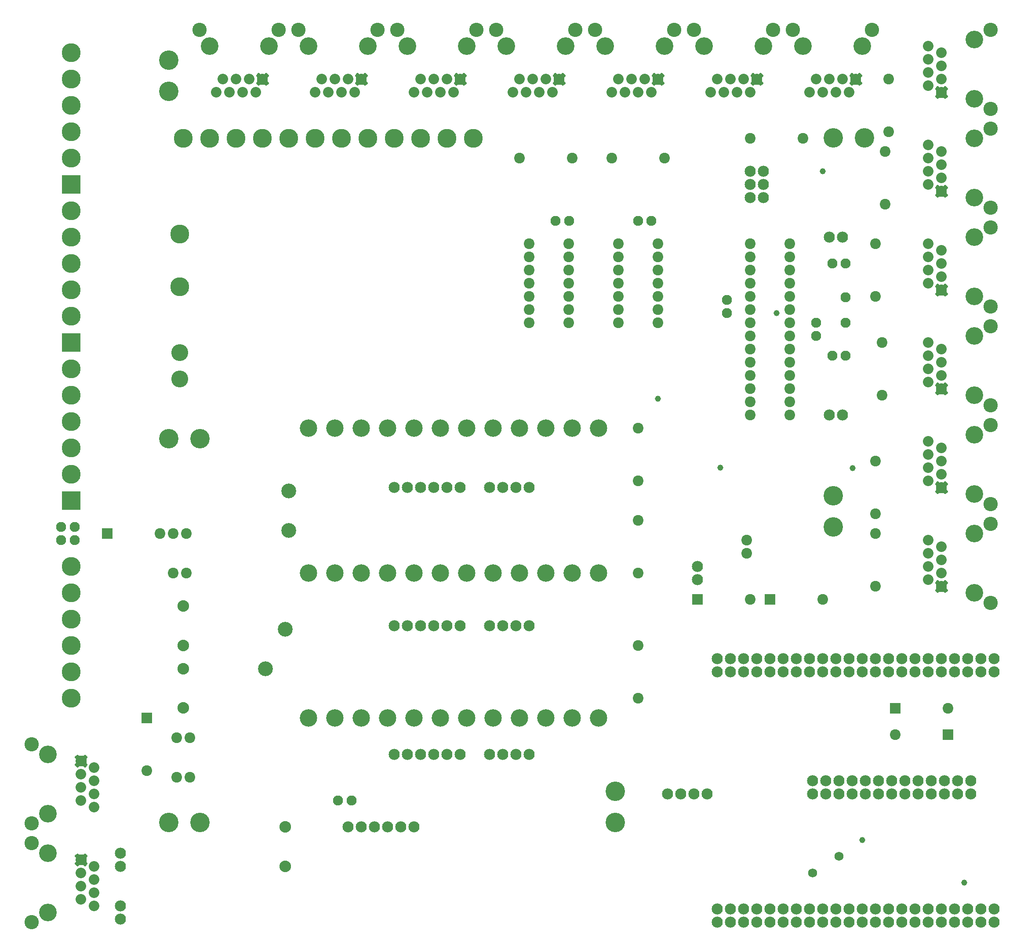
<source format=gts>
G04 MADE WITH FRITZING*
G04 WWW.FRITZING.ORG*
G04 DOUBLE SIDED*
G04 HOLES PLATED*
G04 CONTOUR ON CENTER OF CONTOUR VECTOR*
%ASAXBY*%
%FSLAX23Y23*%
%MOIN*%
%OFA0B0*%
%SFA1.0B1.0*%
%ADD10C,0.080000*%
%ADD11C,0.143795*%
%ADD12C,0.076925*%
%ADD13C,0.076866*%
%ADD14C,0.081000*%
%ADD15C,0.128047*%
%ADD16C,0.108362*%
%ADD17C,0.076000*%
%ADD18C,0.084000*%
%ADD19C,0.131984*%
%ADD20C,0.088000*%
%ADD21C,0.133953*%
%ADD22C,0.147732*%
%ADD23C,0.045370*%
%ADD24C,0.068992*%
%ADD25C,0.112299*%
%ADD26R,0.143795X0.143795*%
%ADD27R,0.081000X0.081000*%
%ADD28C,0.023350*%
%ADD29C,0.026000*%
%LNMASK1*%
G90*
G70*
G54D10*
X4102Y6496D03*
X4052Y6396D03*
X4002Y6496D03*
X3952Y6396D03*
X3902Y6496D03*
X3852Y6396D03*
X3802Y6496D03*
X3752Y6396D03*
G54D11*
X402Y4496D03*
X402Y4696D03*
X402Y4896D03*
X402Y5096D03*
X402Y5296D03*
X402Y5496D03*
X402Y5696D03*
X402Y5896D03*
X402Y6096D03*
X402Y6296D03*
X402Y6496D03*
X402Y6696D03*
X402Y1796D03*
X402Y1996D03*
X402Y2196D03*
X402Y2396D03*
X402Y2596D03*
X402Y2796D03*
G54D12*
X6277Y4839D03*
G54D13*
X6277Y4646D03*
G54D10*
X3352Y6496D03*
X3302Y6396D03*
X3252Y6496D03*
X3202Y6396D03*
X3152Y6496D03*
X3102Y6396D03*
X3052Y6496D03*
X3002Y6396D03*
G54D11*
X402Y3296D03*
X402Y3496D03*
X402Y3696D03*
X402Y3896D03*
X402Y4096D03*
X402Y4296D03*
G54D14*
X1277Y3046D03*
X1277Y2746D03*
X1177Y3046D03*
X1177Y2746D03*
G54D10*
X477Y1321D03*
X577Y1271D03*
X477Y1221D03*
X577Y1171D03*
X477Y1121D03*
X577Y1071D03*
X477Y1021D03*
X577Y971D03*
X477Y571D03*
X577Y521D03*
X477Y471D03*
X577Y421D03*
X477Y371D03*
X577Y321D03*
X477Y271D03*
X577Y221D03*
X1852Y6496D03*
X1802Y6396D03*
X1752Y6496D03*
X1702Y6396D03*
X1652Y6496D03*
X1602Y6396D03*
X1552Y6496D03*
X1502Y6396D03*
G54D14*
X1302Y1496D03*
X1302Y1196D03*
X1202Y1496D03*
X1202Y1196D03*
G54D10*
X2602Y6496D03*
X2552Y6396D03*
X2502Y6496D03*
X2452Y6396D03*
X2402Y6496D03*
X2352Y6396D03*
X2302Y6496D03*
X2252Y6396D03*
X6352Y6496D03*
X6302Y6396D03*
X6252Y6496D03*
X6202Y6396D03*
X6152Y6496D03*
X6102Y6396D03*
X6052Y6496D03*
X6002Y6396D03*
G54D11*
X1227Y4921D03*
G54D10*
X4852Y6496D03*
X4802Y6396D03*
X4752Y6496D03*
X4702Y6396D03*
X4652Y6496D03*
X4602Y6396D03*
X4552Y6496D03*
X4502Y6396D03*
G54D11*
X1227Y5321D03*
G54D10*
X7002Y6396D03*
X6902Y6446D03*
X7002Y6496D03*
X6902Y6546D03*
X7002Y6596D03*
X6902Y6646D03*
X7002Y6696D03*
X6902Y6746D03*
G54D15*
X1227Y4421D03*
G54D10*
X7002Y5646D03*
X6902Y5696D03*
X7002Y5746D03*
X6902Y5796D03*
X7002Y5846D03*
X6902Y5896D03*
X7002Y5946D03*
X6902Y5996D03*
G54D15*
X1227Y4221D03*
G54D10*
X7002Y4896D03*
X6902Y4946D03*
X7002Y4996D03*
X6902Y5046D03*
X7002Y5096D03*
X6902Y5146D03*
X7002Y5196D03*
X6902Y5246D03*
X7002Y4146D03*
X6902Y4196D03*
X7002Y4246D03*
X6902Y4296D03*
X7002Y4346D03*
X6902Y4396D03*
X7002Y4446D03*
X6902Y4496D03*
X7002Y2646D03*
X6902Y2696D03*
X7002Y2746D03*
X6902Y2796D03*
X7002Y2846D03*
X6902Y2896D03*
X7002Y2946D03*
X6902Y2996D03*
X7002Y3396D03*
X6902Y3446D03*
X7002Y3496D03*
X6902Y3546D03*
X7002Y3596D03*
X6902Y3646D03*
X7002Y3696D03*
X6902Y3746D03*
X5602Y6496D03*
X5552Y6396D03*
X5502Y6496D03*
X5452Y6396D03*
X5402Y6496D03*
X5352Y6396D03*
X5302Y6496D03*
X5252Y6396D03*
G54D14*
X5852Y3946D03*
X5552Y3946D03*
X5852Y4046D03*
X5552Y4046D03*
X5852Y4146D03*
X5552Y4146D03*
X5852Y4246D03*
X5552Y4246D03*
X5852Y4346D03*
X5552Y4346D03*
X5852Y4446D03*
X5552Y4446D03*
X5852Y4546D03*
X5552Y4546D03*
X5852Y4646D03*
X5552Y4646D03*
X5852Y4746D03*
X5552Y4746D03*
X5852Y4846D03*
X5552Y4846D03*
X5852Y4946D03*
X5552Y4946D03*
X5852Y5046D03*
X5552Y5046D03*
X5852Y5146D03*
X5552Y5146D03*
X5852Y5246D03*
X5552Y5246D03*
X4176Y4648D03*
X3876Y4648D03*
X4176Y4748D03*
X3876Y4748D03*
X4176Y4848D03*
X3876Y4848D03*
X4176Y4948D03*
X3876Y4948D03*
X4176Y5048D03*
X3876Y5048D03*
X4176Y5148D03*
X3876Y5148D03*
X4176Y5248D03*
X3876Y5248D03*
X4852Y4646D03*
X4552Y4646D03*
X4852Y4746D03*
X4552Y4746D03*
X4852Y4846D03*
X4552Y4846D03*
X4852Y4946D03*
X4552Y4946D03*
X4852Y5046D03*
X4552Y5046D03*
X4852Y5146D03*
X4552Y5146D03*
X4852Y5246D03*
X4552Y5246D03*
X6502Y2646D03*
X6502Y3046D03*
X6502Y3196D03*
X6502Y3596D03*
X6552Y4096D03*
X6552Y4496D03*
X4202Y5896D03*
X3802Y5896D03*
X4902Y5896D03*
X4502Y5896D03*
X5952Y6046D03*
X5552Y6046D03*
X6577Y5546D03*
X6577Y5946D03*
G54D16*
X102Y846D03*
X102Y1446D03*
X102Y696D03*
X1977Y6871D03*
X2727Y6871D03*
X3477Y6871D03*
X4227Y6871D03*
X4977Y6871D03*
X5727Y6871D03*
X6477Y6871D03*
X7377Y6871D03*
X7377Y6121D03*
X7377Y5371D03*
X7377Y4621D03*
X7377Y3871D03*
X7377Y3121D03*
X102Y96D03*
X1377Y6871D03*
X2127Y6871D03*
X2877Y6871D03*
X3627Y6871D03*
X4377Y6871D03*
X5127Y6871D03*
X5877Y6871D03*
X7377Y6271D03*
X7377Y5521D03*
X7377Y4771D03*
X7377Y4021D03*
X7377Y3271D03*
X7377Y2521D03*
G54D14*
X6602Y6096D03*
X6602Y6496D03*
X6502Y4846D03*
X6502Y5246D03*
G54D17*
X6277Y4396D03*
X6177Y4396D03*
X6277Y5096D03*
X6177Y5096D03*
G54D18*
X5152Y2696D03*
X5152Y2796D03*
X6152Y5296D03*
X6252Y5296D03*
X6152Y3946D03*
X6252Y3946D03*
X5652Y5596D03*
X5652Y5696D03*
X5652Y5796D03*
X5652Y5596D03*
X5652Y5696D03*
X5652Y5796D03*
X5552Y5796D03*
X5552Y5696D03*
X5552Y5596D03*
G54D19*
X4402Y3846D03*
X4202Y3846D03*
X4002Y3846D03*
X3802Y3846D03*
X3602Y3846D03*
X3402Y3846D03*
X3202Y3846D03*
X3002Y3846D03*
X2802Y3846D03*
X2602Y3846D03*
X2402Y3846D03*
X2202Y3846D03*
X4402Y1646D03*
X4202Y1646D03*
X4002Y1646D03*
X3802Y1646D03*
X3602Y1646D03*
X3402Y1646D03*
X3202Y1646D03*
X3002Y1646D03*
X2802Y1646D03*
X2602Y1646D03*
X2402Y1646D03*
X2202Y1646D03*
X4402Y2746D03*
X4202Y2746D03*
X4002Y2746D03*
X3802Y2746D03*
X3602Y2746D03*
X3402Y2746D03*
X3202Y2746D03*
X3002Y2746D03*
X2802Y2746D03*
X2602Y2746D03*
X2402Y2746D03*
X2202Y2746D03*
G54D20*
X1252Y2496D03*
X1252Y2198D03*
X1252Y2021D03*
X1252Y1723D03*
G54D21*
X227Y171D03*
X1452Y6746D03*
X227Y1371D03*
X227Y921D03*
X227Y621D03*
X1902Y6746D03*
X2202Y6746D03*
X2652Y6746D03*
X2952Y6746D03*
X3402Y6746D03*
X3702Y6746D03*
X4152Y6746D03*
X4452Y6746D03*
X4902Y6746D03*
X5202Y6746D03*
X5652Y6746D03*
X6402Y6746D03*
X5952Y6746D03*
X7252Y2596D03*
X7252Y3046D03*
X7252Y3346D03*
X7252Y3796D03*
X7252Y4096D03*
X7252Y4546D03*
X7252Y4846D03*
X7252Y5296D03*
X7252Y5596D03*
X7252Y6046D03*
X7252Y6346D03*
X7252Y6796D03*
G54D14*
X677Y3046D03*
X1077Y3046D03*
X977Y1646D03*
X977Y1246D03*
G54D22*
X1380Y3767D03*
X1144Y3767D03*
X6183Y3333D03*
X6183Y3097D03*
X1144Y6404D03*
X1144Y6641D03*
X6420Y6050D03*
X6183Y6050D03*
X4530Y1089D03*
X4530Y853D03*
X1380Y853D03*
X1144Y853D03*
G54D11*
X3452Y6046D03*
X3252Y6046D03*
X3052Y6046D03*
X2852Y6046D03*
X2652Y6046D03*
X2452Y6046D03*
X2252Y6046D03*
X2052Y6046D03*
X1852Y6046D03*
X1652Y6046D03*
X1452Y6046D03*
X1252Y6046D03*
G54D18*
X7402Y2096D03*
X7302Y2096D03*
X7202Y2096D03*
X7102Y2096D03*
X7002Y2096D03*
X6902Y2096D03*
X6802Y2096D03*
X6702Y2096D03*
X6602Y2096D03*
X6502Y2096D03*
X6402Y2096D03*
X6302Y2096D03*
X6202Y2096D03*
X6102Y2096D03*
X6002Y2096D03*
X5902Y2096D03*
X5802Y2096D03*
X5702Y2096D03*
X5602Y2096D03*
X5502Y2096D03*
X5402Y2096D03*
X5302Y2096D03*
X7402Y2096D03*
X7302Y2096D03*
X7202Y2096D03*
X7102Y2096D03*
X7002Y2096D03*
X6902Y2096D03*
X6802Y2096D03*
X6702Y2096D03*
X6602Y2096D03*
X6502Y2096D03*
X6402Y2096D03*
X6302Y2096D03*
X6202Y2096D03*
X6102Y2096D03*
X6002Y2096D03*
X5902Y2096D03*
X5802Y2096D03*
X5702Y2096D03*
X5602Y2096D03*
X5502Y2096D03*
X5402Y2096D03*
X5302Y2096D03*
X5302Y1996D03*
X5402Y1996D03*
X5502Y1996D03*
X5602Y1996D03*
X5702Y1996D03*
X5802Y1996D03*
X5902Y1996D03*
X6002Y1996D03*
X6102Y1996D03*
X6202Y1996D03*
X6302Y1996D03*
X6402Y1996D03*
X6502Y1996D03*
X6602Y1996D03*
X6702Y1996D03*
X6802Y1996D03*
X6902Y1996D03*
X7002Y1996D03*
X7102Y1996D03*
X7202Y1996D03*
X7302Y1996D03*
X7402Y1996D03*
X7402Y196D03*
X7302Y196D03*
X7202Y196D03*
X7102Y196D03*
X7002Y196D03*
X6902Y196D03*
X6802Y196D03*
X6702Y196D03*
X6602Y196D03*
X6502Y196D03*
X6402Y196D03*
X6302Y196D03*
X6202Y196D03*
X6102Y196D03*
X6002Y196D03*
X5902Y196D03*
X5802Y196D03*
X5702Y196D03*
X5602Y196D03*
X5502Y196D03*
X5402Y196D03*
X5302Y196D03*
X7402Y196D03*
X7302Y196D03*
X7202Y196D03*
X7102Y196D03*
X7002Y196D03*
X6902Y196D03*
X6802Y196D03*
X6702Y196D03*
X6602Y196D03*
X6502Y196D03*
X6402Y196D03*
X6302Y196D03*
X6202Y196D03*
X6102Y196D03*
X6002Y196D03*
X5902Y196D03*
X5802Y196D03*
X5702Y196D03*
X5602Y196D03*
X5502Y196D03*
X5402Y196D03*
X5302Y196D03*
X5302Y96D03*
X5402Y96D03*
X5502Y96D03*
X5602Y96D03*
X5702Y96D03*
X5802Y96D03*
X5902Y96D03*
X6002Y96D03*
X6102Y96D03*
X6202Y96D03*
X6302Y96D03*
X6402Y96D03*
X6502Y96D03*
X6602Y96D03*
X6702Y96D03*
X6802Y96D03*
X6902Y96D03*
X7002Y96D03*
X7102Y96D03*
X7202Y96D03*
X7302Y96D03*
X7402Y96D03*
G54D14*
X5702Y2546D03*
X6102Y2546D03*
X6652Y1721D03*
X7052Y1721D03*
X7052Y1521D03*
X6652Y1521D03*
X5152Y2546D03*
X5552Y2546D03*
X4702Y3846D03*
X4702Y3446D03*
X4702Y3146D03*
X4702Y2746D03*
X4702Y2196D03*
X4702Y1796D03*
G54D23*
X6102Y5796D03*
X4852Y4071D03*
G54D20*
X2027Y821D03*
X2027Y521D03*
G54D18*
X2852Y3396D03*
X2952Y3396D03*
X3052Y3396D03*
X3152Y3396D03*
X3252Y3396D03*
X3352Y3396D03*
X2852Y2346D03*
X2952Y2346D03*
X3052Y2346D03*
X3152Y2346D03*
X3252Y2346D03*
X3352Y2346D03*
X2852Y1371D03*
X2952Y1371D03*
X3052Y1371D03*
X3152Y1371D03*
X3252Y1371D03*
X3352Y1371D03*
X3577Y3396D03*
X3677Y3396D03*
X3777Y3396D03*
X3877Y3396D03*
X3577Y2346D03*
X3677Y2346D03*
X3777Y2346D03*
X3877Y2346D03*
X3577Y1371D03*
X3677Y1371D03*
X3777Y1371D03*
X3877Y1371D03*
X6027Y1071D03*
X6127Y1071D03*
X6227Y1071D03*
X6327Y1071D03*
X6427Y1071D03*
X6527Y1071D03*
X6627Y1071D03*
X6727Y1071D03*
X6827Y1071D03*
X6927Y1071D03*
X7027Y1071D03*
X7127Y1071D03*
X7227Y1071D03*
X6027Y1071D03*
X6127Y1071D03*
X6227Y1071D03*
X6327Y1071D03*
X6427Y1071D03*
X6527Y1071D03*
X6627Y1071D03*
X6727Y1071D03*
X6827Y1071D03*
X6927Y1071D03*
X7027Y1071D03*
X7127Y1071D03*
X7227Y1071D03*
X7227Y1171D03*
X7127Y1171D03*
X7027Y1171D03*
X6927Y1171D03*
X6827Y1171D03*
X6727Y1171D03*
X6627Y1171D03*
X6527Y1171D03*
X6427Y1171D03*
X6327Y1171D03*
X6227Y1171D03*
X6127Y1171D03*
X6027Y1171D03*
G54D24*
X6027Y471D03*
G54D23*
X5327Y3546D03*
X6328Y3544D03*
G54D18*
X2502Y821D03*
X2602Y821D03*
X2702Y821D03*
X2802Y821D03*
X2902Y821D03*
X3002Y821D03*
X777Y221D03*
X777Y121D03*
X777Y621D03*
X777Y521D03*
G54D25*
X2052Y3371D03*
X2052Y3071D03*
X2027Y2321D03*
X1877Y2021D03*
G54D23*
X7177Y396D03*
X6402Y721D03*
G54D24*
X6227Y596D03*
G54D18*
X4927Y1071D03*
X5027Y1071D03*
X5127Y1071D03*
X5227Y1071D03*
G54D17*
X5377Y4821D03*
X5377Y4720D03*
X4077Y5421D03*
X4178Y5421D03*
X4702Y5421D03*
X4803Y5421D03*
X6052Y4646D03*
X6052Y4545D03*
X2427Y1021D03*
X2528Y1021D03*
X327Y2996D03*
X428Y2996D03*
X327Y3096D03*
X428Y3096D03*
G54D23*
X5753Y4720D03*
G54D14*
X5527Y2996D03*
X5527Y2896D03*
G54D26*
X402Y4496D03*
X402Y5696D03*
X402Y3296D03*
G54D27*
X677Y3046D03*
X977Y1646D03*
X5702Y2546D03*
X6652Y1721D03*
X7052Y1521D03*
X5152Y2546D03*
G54D28*
X4139Y6467D02*
X4065Y6467D01*
D02*
X4139Y6524D02*
X4065Y6524D01*
D02*
X4131Y6459D02*
X4131Y6533D01*
D02*
X4074Y6459D02*
X4074Y6533D01*
D02*
X3389Y6467D02*
X3315Y6467D01*
D02*
X3389Y6524D02*
X3315Y6524D01*
D02*
X3381Y6459D02*
X3381Y6533D01*
D02*
X3324Y6459D02*
X3324Y6533D01*
D02*
X506Y1358D02*
X506Y1284D01*
D02*
X449Y1358D02*
X449Y1284D01*
D02*
X514Y1349D02*
X440Y1349D01*
D02*
X514Y1292D02*
X440Y1292D01*
D02*
X506Y608D02*
X506Y534D01*
D02*
X449Y608D02*
X449Y534D01*
D02*
X514Y599D02*
X440Y599D01*
D02*
X514Y542D02*
X440Y542D01*
D02*
X1889Y6467D02*
X1815Y6467D01*
D02*
X1889Y6524D02*
X1815Y6524D01*
D02*
X1881Y6459D02*
X1881Y6533D01*
D02*
X1824Y6459D02*
X1824Y6533D01*
D02*
X2639Y6467D02*
X2565Y6467D01*
D02*
X2639Y6524D02*
X2565Y6524D01*
D02*
X2631Y6459D02*
X2631Y6533D01*
D02*
X2574Y6459D02*
X2574Y6533D01*
D02*
X6389Y6467D02*
X6315Y6467D01*
D02*
X6389Y6524D02*
X6315Y6524D01*
D02*
X6381Y6459D02*
X6381Y6533D01*
D02*
X6324Y6459D02*
X6324Y6533D01*
D02*
X4889Y6467D02*
X4815Y6467D01*
D02*
X4889Y6524D02*
X4815Y6524D01*
D02*
X4881Y6459D02*
X4881Y6533D01*
D02*
X4824Y6459D02*
X4824Y6533D01*
D02*
X6974Y6359D02*
X6974Y6433D01*
D02*
X7031Y6359D02*
X7031Y6433D01*
D02*
X6965Y6367D02*
X7039Y6367D01*
D02*
X6965Y6424D02*
X7039Y6424D01*
D02*
X6974Y5609D02*
X6974Y5683D01*
D02*
X7031Y5609D02*
X7031Y5683D01*
D02*
X6965Y5617D02*
X7039Y5617D01*
D02*
X6965Y5674D02*
X7039Y5674D01*
D02*
X6974Y4859D02*
X6974Y4933D01*
D02*
X7031Y4859D02*
X7031Y4933D01*
D02*
X6965Y4867D02*
X7039Y4867D01*
D02*
X6965Y4924D02*
X7039Y4924D01*
D02*
X6974Y4109D02*
X6974Y4183D01*
D02*
X7031Y4109D02*
X7031Y4183D01*
D02*
X6965Y4117D02*
X7039Y4117D01*
D02*
X6965Y4174D02*
X7039Y4174D01*
D02*
X6974Y2609D02*
X6974Y2683D01*
D02*
X7031Y2609D02*
X7031Y2683D01*
D02*
X6965Y2617D02*
X7039Y2617D01*
D02*
X6965Y2674D02*
X7039Y2674D01*
D02*
X6974Y3359D02*
X6974Y3433D01*
D02*
X7031Y3359D02*
X7031Y3433D01*
D02*
X6965Y3367D02*
X7039Y3367D01*
D02*
X6965Y3424D02*
X7039Y3424D01*
D02*
X5639Y6467D02*
X5565Y6467D01*
D02*
X5639Y6524D02*
X5565Y6524D01*
D02*
X5631Y6459D02*
X5631Y6533D01*
D02*
X5574Y6459D02*
X5574Y6533D01*
G54D23*
G36*
X353Y1746D02*
X353Y1845D01*
X452Y1845D01*
X452Y1746D01*
X353Y1746D01*
G37*
D02*
G54D29*
G36*
X1305Y3018D02*
X1250Y3018D01*
X1250Y3073D01*
X1305Y3073D01*
X1305Y3018D01*
G37*
D02*
G36*
X1330Y1468D02*
X1275Y1468D01*
X1275Y1523D01*
X1330Y1523D01*
X1330Y1468D01*
G37*
D02*
G36*
X5825Y3918D02*
X5825Y3973D01*
X5880Y3973D01*
X5880Y3918D01*
X5825Y3918D01*
G37*
D02*
G36*
X4148Y4620D02*
X4148Y4675D01*
X4203Y4675D01*
X4203Y4620D01*
X4148Y4620D01*
G37*
D02*
G36*
X4825Y4618D02*
X4825Y4673D01*
X4880Y4673D01*
X4880Y4618D01*
X4825Y4618D01*
G37*
D02*
G36*
X6475Y2673D02*
X6530Y2673D01*
X6530Y2618D01*
X6475Y2618D01*
X6475Y2673D01*
G37*
D02*
G36*
X6475Y3223D02*
X6530Y3223D01*
X6530Y3168D01*
X6475Y3168D01*
X6475Y3223D01*
G37*
D02*
G36*
X6525Y4123D02*
X6580Y4123D01*
X6580Y4068D01*
X6525Y4068D01*
X6525Y4123D01*
G37*
D02*
G36*
X4175Y5868D02*
X4175Y5923D01*
X4230Y5923D01*
X4230Y5868D01*
X4175Y5868D01*
G37*
D02*
G36*
X4875Y5868D02*
X4875Y5923D01*
X4930Y5923D01*
X4930Y5868D01*
X4875Y5868D01*
G37*
D02*
G36*
X5925Y6018D02*
X5925Y6073D01*
X5980Y6073D01*
X5980Y6018D01*
X5925Y6018D01*
G37*
D02*
G36*
X6550Y5573D02*
X6605Y5573D01*
X6605Y5518D01*
X6550Y5518D01*
X6550Y5573D01*
G37*
D02*
G36*
X6575Y6123D02*
X6630Y6123D01*
X6630Y6068D01*
X6575Y6068D01*
X6575Y6123D01*
G37*
D02*
G36*
X6475Y4873D02*
X6530Y4873D01*
X6530Y4818D01*
X6475Y4818D01*
X6475Y4873D01*
G37*
D02*
G36*
X1283Y2466D02*
X1221Y2466D01*
X1221Y2528D01*
X1283Y2528D01*
X1283Y2466D01*
G37*
D02*
G36*
X1283Y1991D02*
X1221Y1991D01*
X1221Y2053D01*
X1283Y2053D01*
X1283Y1991D01*
G37*
D02*
G54D23*
G36*
X3502Y5996D02*
X3403Y5996D01*
X3403Y6095D01*
X3502Y6095D01*
X3502Y5996D01*
G37*
D02*
G36*
X2302Y5996D02*
X2203Y5996D01*
X2203Y6095D01*
X2302Y6095D01*
X2302Y5996D01*
G37*
D02*
G54D29*
G36*
X4730Y3818D02*
X4675Y3818D01*
X4675Y3873D01*
X4730Y3873D01*
X4730Y3818D01*
G37*
D02*
G36*
X4730Y3118D02*
X4675Y3118D01*
X4675Y3173D01*
X4730Y3173D01*
X4730Y3118D01*
G37*
D02*
G36*
X4730Y2168D02*
X4675Y2168D01*
X4675Y2223D01*
X4730Y2223D01*
X4730Y2168D01*
G37*
D02*
G36*
X2058Y790D02*
X1996Y790D01*
X1996Y852D01*
X2058Y852D01*
X2058Y790D01*
G37*
D02*
G36*
X5555Y2968D02*
X5500Y2968D01*
X5500Y3023D01*
X5555Y3023D01*
X5555Y2968D01*
G37*
D02*
G04 End of Mask1*
M02*
</source>
